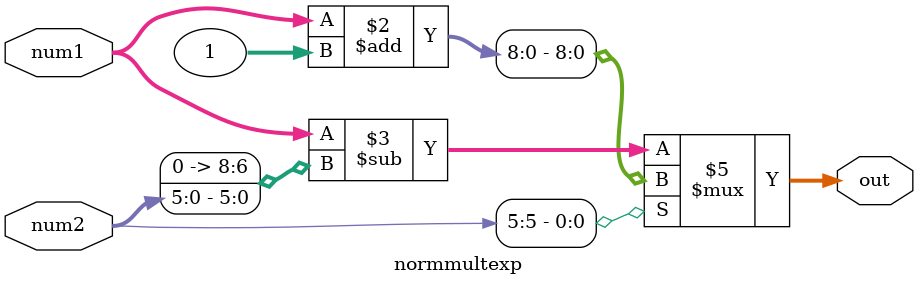
<source format=v>
`timescale 1ns / 1ps

module normmultexp(
input [8:0] num1,
input [5:0] num2,
output reg [8:0] out
    );

always @ (*)
    begin
        if (num2[5])
            begin
                out = num1 + 1;
            end
        else
            begin
                out = num1 - {3'b000, num2};
            end    
    end    
endmodule

</source>
